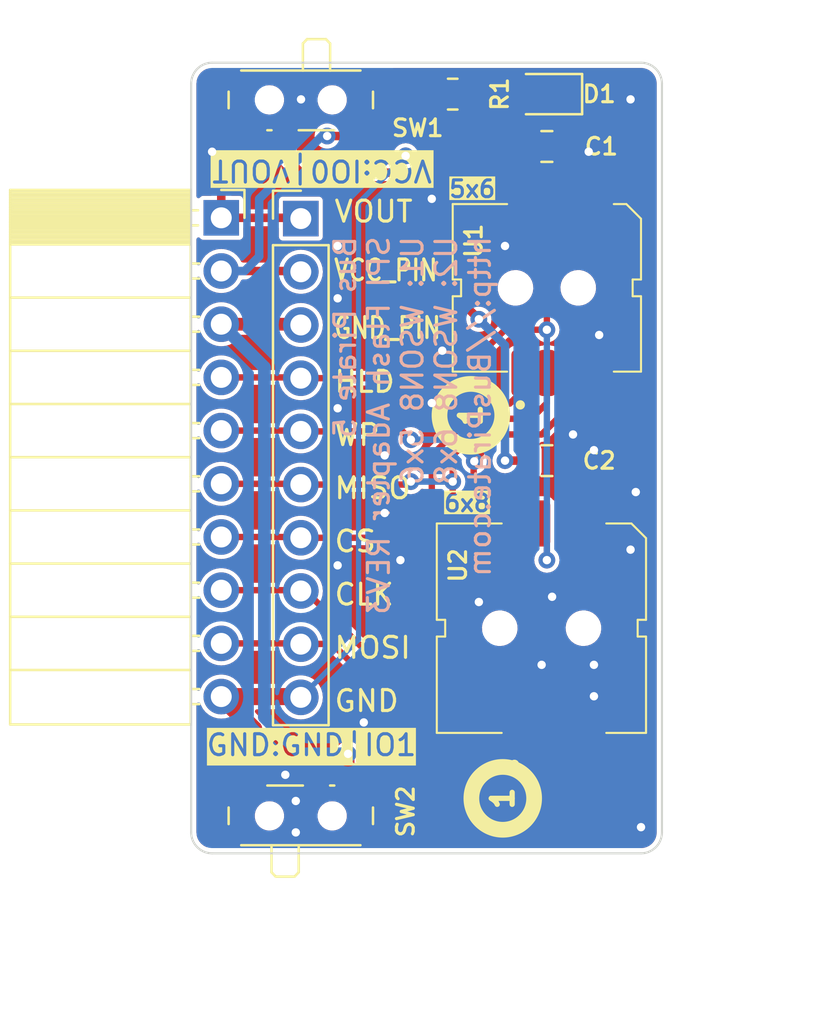
<source format=kicad_pcb>
(kicad_pcb (version 20221018) (generator pcbnew)
  (layers (0 "F.Cu" signal) (31 "B.Cu" signal) (34 "B.Paste" user) (35 "F.Paste" user) (36 "B.SilkS" user "B.Silkscreen") (37 "F.SilkS" user "F.Silkscreen") (38 "B.Mask" user) (39 "F.Mask" user) (44 "Edge.Cuts" user))
  (net 0 "")
  (net 1 "Net-(D1-A)")
  (net 2 "VOUT")
  (net 3 "GND")
  (net 4 "CDI")
  (net 5 "CS")
  (net 6 "SCLK")
  (net 7 "CDO")
  (net 8 "VCC_PIN")
  (net 9 "GND_PIN")
  (net 10 "WP")
  (net 11 "HOLD")
  (net 12 "VCC_CHIP")
  (net 13 "GND_CHIP")
  (footprint "LED_SMD:LED_0805_2012Metric" (layer "F.Cu") (at 154 69.5 180)
    (fp_text reference "D1" (at -2.5 0) (layer "F.SilkS") (effects (font (size 0.8 0.8))))
    (fp_text value "LED")
    (fp_line (start -1.685 -0.96) (end -1.685 0.96) (stroke (width 0.12)) (layer "F.SilkS"))
    (fp_line (start -1.685 0.96) (end 1 0.96) (stroke (width 0.12)) (layer "F.SilkS"))
    (fp_line (start 1 -0.96) (end -1.685 -0.96) (stroke (width 0.12)) (layer "F.SilkS"))
    (pad "1" smd roundrect (at -0.9375 0 180) (size 0.975 1.4) (layers "F.Cu" "F.Paste" "F.Mask") (net 3 "GND"))
    (pad "2" smd roundrect (at 0.9375 0 180) (size 0.975 1.4) (layers "F.Cu" "F.Paste" "F.Mask") (net 1 "Net-(D1-A)"))
  )
  (footprint "Button_Switch_SMD:SW_SPDT_PCM12" (layer "F.Cu") (at 142.24 70.104 180)
    (fp_text reference "SW1" (at -5.588 -1.016 180) (layer "F.SilkS") (effects (font (size 0.8 0.8))))
    (fp_text value "SW_SPDT")
    (fp_line (start -3.45 -0.07) (end -3.45 0.72) (stroke (width 0.12)) (layer "F.SilkS"))
    (fp_line (start -2.85 1.73) (end 2.85 1.73) (stroke (width 0.12)) (layer "F.SilkS"))
    (fp_line (start -1.6 -1.12) (end 0.1 -1.12) (stroke (width 0.12)) (layer "F.SilkS"))
    (fp_line (start -1.4 1.73) (end -1.4 3.02) (stroke (width 0.12)) (layer "F.SilkS"))
    (fp_line (start -1.4 3.02) (end -1.2 3.23) (stroke (width 0.12)) (layer "F.SilkS"))
    (fp_line (start -1.2 3.23) (end -0.3 3.23) (stroke (width 0.12)) (layer "F.SilkS"))
    (fp_line (start -0.1 3.02) (end -0.3 3.23) (stroke (width 0.12)) (layer "F.SilkS"))
    (fp_line (start -0.1 3.02) (end -0.1 1.73) (stroke (width 0.12)) (layer "F.SilkS"))
    (fp_line (start 1.4 -1.12) (end 1.6 -1.12) (stroke (width 0.12)) (layer "F.SilkS"))
    (fp_line (start 3.45 0.72) (end 3.45 -0.07) (stroke (width 0.12)) (layer "F.SilkS"))
    (pad "" smd rect (at -3.65 -0.78 180) (size 1 0.8) (layers "F.Cu" "F.Paste" "F.Mask"))
    (pad "" smd rect (at -3.65 1.43 180) (size 1 0.8) (layers "F.Cu" "F.Paste" "F.Mask"))
    (pad "" np_thru_hole circle (at -1.5 0.33 180) (size 0.9 0.9) (drill 0.9) (layers "*.Cu" "*.Mask"))
    (pad "" np_thru_hole circle (at 1.5 0.33 180) (size 0.9 0.9) (drill 0.9) (layers "*.Cu" "*.Mask"))
    (pad "" smd rect (at 3.65 -0.78 180) (size 1 0.8) (layers "F.Cu" "F.Paste" "F.Mask"))
    (pad "" smd rect (at 3.65 1.43 180) (size 1 0.8) (layers "F.Cu" "F.Paste" "F.Mask"))
    (pad "1" smd rect (at -2.25 -1.43 180) (size 0.7 1.5) (layers "F.Cu" "F.Paste" "F.Mask") (net 8 "VCC_PIN"))
    (pad "2" smd rect (at 0.75 -1.43 180) (size 0.7 1.5) (layers "F.Cu" "F.Paste" "F.Mask") (net 12 "VCC_CHIP"))
    (pad "3" smd rect (at 2.25 -1.43 180) (size 0.7 1.5) (layers "F.Cu" "F.Paste" "F.Mask") (net 2 "VOUT"))
  )
  (footprint "TEST_SOCKETS:WSON-5x6" (layer "F.Cu") (at 154 78.75 90)
    (fp_text reference "U1" (at 2.25 -3.5 90 unlocked) (layer "F.SilkS") (effects (font (size 0.8 0.8))))
    (fp_text value "25LCxxx")
    (fp_line (start -4 -4.5) (end -4 -1.9) (stroke (width 0.1)) (layer "F.SilkS"))
    (fp_line (start -4 4.5) (end -4 3.2) (stroke (width 0.1)) (layer "F.SilkS"))
    (fp_line (start -0.4 -4.5) (end -4 -4.5) (stroke (width 0.1)) (layer "F.SilkS"))
    (fp_line (start -0.4 -4.5) (end -0.4 -4.1) (stroke (width 0.1)) (layer "F.SilkS"))
    (fp_line (start -0.4 -4.1) (end 0.4 -4.1) (stroke (width 0.1)) (layer "F.SilkS"))
    (fp_line (start -0.4 4.1) (end -0.4 4.5) (stroke (width 0.1)) (layer "F.SilkS"))
    (fp_line (start -0.4 4.5) (end -4 4.5) (stroke (width 0.1)) (layer "F.SilkS"))
    (fp_line (start 0.4 -4.5) (end 4 -4.5) (stroke (width 0.1)) (layer "F.SilkS"))
    (fp_line (start 0.4 -4.1) (end 0.4 -4.5) (stroke (width 0.1)) (layer "F.SilkS"))
    (fp_line (start 0.4 4.1) (end -0.4 4.1) (stroke (width 0.1)) (layer "F.SilkS"))
    (fp_line (start 0.4 4.5) (end 0.4 4.1) (stroke (width 0.1)) (layer "F.SilkS"))
    (fp_line (start 0.4 4.5) (end 3.3 4.5) (stroke (width 0.1)) (layer "F.SilkS"))
    (fp_line (start 3.3 4.5) (end 4 3.8) (stroke (width 0.1)) (layer "F.SilkS"))
    (fp_line (start 4 -4.5) (end 4 -1.9) (stroke (width 0.1)) (layer "F.SilkS"))
    (fp_line (start 4 3.8) (end 4 3.2) (stroke (width 0.1)) (layer "F.SilkS"))
    (fp_circle (center -5.588 -1.27) (end -5.466267 -1.391733) (stroke (width 0.1)) (fill solid) (layer "F.SilkS"))
    (pad "" np_thru_hole circle (at 0 -1.5 90) (size 1.2 1.2) (drill 1.2) (layers "F&B.Cu" "*.Mask"))
    (pad "" np_thru_hole circle (at 0 1.5 90) (size 1.2 1.2) (drill 1.2) (layers "F&B.Cu" "*.Mask"))
    (pad "1" smd roundrect (at -4.064 -1.27 90) (size 2.2 0.85) (layers "F.Cu" "F.Paste" "F.Mask") (net 5 "CS"))
    (pad "2" smd roundrect (at -4.064 0 90) (size 2.2 0.85) (layers "F.Cu" "F.Paste" "F.Mask") (net 4 "CDI"))
    (pad "3" smd roundrect (at -4.064 1.27 90) (size 2.2 0.85) (layers "F.Cu" "F.Paste" "F.Mask") (net 10 "WP"))
    (pad "4" smd roundrect (at -4.064 2.54 90) (size 2.2 0.85) (layers "F.Cu" "F.Paste" "F.Mask") (net 13 "GND_CHIP"))
    (pad "5" smd roundrect (at 4.064 2.54 90) (size 2.2 0.85) (layers "F.Cu" "F.Paste" "F.Mask") (net 7 "CDO"))
    (pad "6" smd roundrect (at 4.064 1.27 90) (size 2.2 0.85) (layers "F.Cu" "F.Paste" "F.Mask") (net 6 "SCLK"))
    (pad "7" smd roundrect (at 4.064 0 90) (size 2.2 0.85) (layers "F.Cu" "F.Paste" "F.Mask") (net 11 "HOLD"))
    (pad "8" smd roundrect (at 4.064 -1.27 90) (size 2.2 0.85) (layers "F.Cu" "F.Paste" "F.Mask") (net 12 "VCC_CHIP"))
  )
  (footprint "TEST_SOCKETS:WSON8-6x8" (layer "F.Cu") (at 153.75 95 90)
    (fp_text reference "U2" (at 3 -4 90 unlocked) (layer "F.SilkS") (effects (font (size 0.8 0.8))))
    (fp_text value "25LCxxx")
    (fp_line (start -5 -5.01) (end -5 -1.91) (stroke (width 0.1)) (layer "F.SilkS"))
    (fp_line (start -5 3.09) (end -5 4.99) (stroke (width 0.1)) (layer "F.SilkS"))
    (fp_line (start -5 4.99) (end -0.4 4.99) (stroke (width 0.1)) (layer "F.SilkS"))
    (fp_line (start -0.4 -5.01) (end -5 -5.01) (stroke (width 0.1)) (layer "F.SilkS"))
    (fp_line (start -0.4 -5.01) (end -0.4 -4.61) (stroke (width 0.1)) (layer "F.SilkS"))
    (fp_line (start -0.4 -4.61) (end 0.4 -4.61) (stroke (width 0.1)) (layer "F.SilkS"))
    (fp_line (start -0.4 4.59) (end -0.4 4.99) (stroke (width 0.1)) (layer "F.SilkS"))
    (fp_line (start 0.4 -5.01) (end 5 -5.01) (stroke (width 0.1)) (layer "F.SilkS"))
    (fp_line (start 0.4 -4.61) (end 0.4 -5.01) (stroke (width 0.1)) (layer "F.SilkS"))
    (fp_line (start 0.4 4.59) (end -0.4 4.59) (stroke (width 0.1)) (layer "F.SilkS"))
    (fp_line (start 0.4 4.99) (end 0.4 4.59) (stroke (width 0.1)) (layer "F.SilkS"))
    (fp_line (start 0.4 4.99) (end 4.3 4.99) (stroke (width 0.1)) (layer "F.SilkS"))
    (fp_line (start 4.3 4.99) (end 5 4.29) (stroke (width 0.1)) (layer "F.SilkS"))
    (fp_line (start 5 -5.01) (end 5 -1.91) (stroke (width 0.1)) (layer "F.SilkS"))
    (fp_line (start 5 4.29) (end 5 3.09) (stroke (width 0.1)) (layer "F.SilkS"))
    (fp_circle (center -6.5 -1.3) (end -6.378267 -1.421733) (stroke (width 0.1)) (fill solid) (layer "F.SilkS"))
    (pad "" np_thru_hole circle (at 0 -2 90) (size 1.2 1.2) (drill 1.2) (layers "F&B.Cu" "*.Mask"))
    (pad "" np_thru_hole circle (at 0 2 90) (size 1.2 1.2) (drill 1.2) (layers "F&B.Cu" "*.Mask"))
    (pad "1" smd roundrect (at -5 -1.28 90) (size 2.2 0.85) (layers "F.Cu" "F.Paste" "F.Mask") (net 5 "CS"))
    (pad "2" smd roundrect (at -5 -0.01 90) (size 2.2 0.85) (layers "F.Cu" "F.Paste" "F.Mask") (net 4 "CDI"))
    (pad "3" smd roundrect (at -5 1.26 90) (size 2.2 0.85) (layers "F.Cu" "F.Paste" "F.Mask") (net 10 "WP"))
    (pad "4" smd roundrect (at -5 2.53 90) (size 2.2 0.85) (layers "F.Cu" "F.Paste" "F.Mask") (net 13 "GND_CHIP"))
    (pad "5" smd roundrect (at 5 2.53 90) (size 2.2 0.85) (layers "F.Cu" "F.Paste" "F.Mask") (net 7 "CDO"))
    (pad "6" smd roundrect (at 5 1.26 90) (size 2.2 0.85) (layers "F.Cu" "F.Paste" "F.Mask") (net 6 "SCLK"))
    (pad "7" smd roundrect (at 5 -0.01 90) (size 2.2 0.85) (layers "F.Cu" "F.Paste" "F.Mask") (net 11 "HOLD"))
    (pad "8" smd roundrect (at 5 -1.28 90) (size 2.2 0.85) (layers "F.Cu" "F.Paste" "F.Mask") (net 12 "VCC_CHIP"))
  )
  (footprint "Connector_PinSocket_2.54mm:PinSocket_1x10_P2.54mm_Horizontal" (layer "F.Cu") (at 138.437442 75.405607)
    (fp_text reference "J1" hide)
    (fp_text value "Conn_01x10" hide)
    (fp_line (start -10.09 -1.33) (end -10.09 24.19) (stroke (width 0.12)) (layer "F.SilkS"))
    (fp_line (start -10.09 -1.33) (end -1.46 -1.33) (stroke (width 0.12)) (layer "F.SilkS"))
    (fp_line (start -10.09 -1.21) (end -1.46 -1.21) (stroke (width 0.12)) (layer "F.SilkS"))
    (fp_line (start -10.09 -1.091905) (end -1.46 -1.091905) (stroke (width 0.12)) (layer "F.SilkS"))
    (fp_line (start -10.09 -0.97381) (end -1.46 -0.97381) (stroke (width 0.12)) (layer "F.SilkS"))
    (fp_line (start -10.09 -0.855715) (end -1.46 -0.855715) (stroke (width 0.12)) (layer "F.SilkS"))
    (fp_line (start -10.09 -0.73762) (end -1.46 -0.73762) (stroke (width 0.12)) (layer "F.SilkS"))
    (fp_line (start -10.09 -0.619525) (end -1.46 -0.619525) (stroke (width 0.12)) (layer "F.SilkS"))
    (fp_line (start -10.09 -0.50143) (end -1.46 -0.50143) (stroke (width 0.12)) (layer "F.SilkS"))
    (fp_line (start -10.09 -0.383335) (end -1.46 -0.383335) (stroke (width 0.12)) (layer "F.SilkS"))
    (fp_line (start -10.09 -0.26524) (end -1.46 -0.26524) (stroke (width 0.12)) (layer "F.SilkS"))
    (fp_line (start -10.09 -0.147145) (end -1.46 -0.147145) (stroke (width 0.12)) (layer "F.SilkS"))
    (fp_line (start -10.09 -0.02905) (end -1.46 -0.02905) (stroke (width 0.12)) (layer "F.SilkS"))
    (fp_line (start -10.09 0.089045) (end -1.46 0.089045) (stroke (width 0.12)) (layer "F.SilkS"))
    (fp_line (start -10.09 0.20714) (end -1.46 0.20714) (stroke (width 0.12)) (layer "F.SilkS"))
    (fp_line (start -10.09 0.325235) (end -1.46 0.325235) (stroke (width 0.12)) (layer "F.SilkS"))
    (fp_line (start -10.09 0.44333) (end -1.46 0.44333) (stroke (width 0.12)) (layer "F.SilkS"))
    (fp_line (start -10.09 0.561425) (end -1.46 0.561425) (stroke (width 0.12)) (layer "F.SilkS"))
    (fp_line (start -10.09 0.67952) (end -1.46 0.67952) (stroke (width 0.12)) (layer "F.SilkS"))
    (fp_line (start -10.09 0.797615) (end -1.46 0.797615) (stroke (width 0.12)) (layer "F.SilkS"))
    (fp_line (start -10.09 0.91571) (end -1.46 0.91571) (stroke (width 0.12)) (layer "F.SilkS"))
    (fp_line (start -10.09 1.033805) (end -1.46 1.033805) (stroke (width 0.12)) (layer "F.SilkS"))
    (fp_line (start -10.09 1.1519) (end -1.46 1.1519) (stroke (width 0.12)) (layer "F.SilkS"))
    (fp_line (start -10.09 1.27) (end -1.46 1.27) (stroke (width 0.12)) (layer "F.SilkS"))
    (fp_line (start -10.09 3.81) (end -1.46 3.81) (stroke (width 0.12)) (layer "F.SilkS"))
    (fp_line (start -10.09 6.35) (end -1.46 6.35) (stroke (width 0.12)) (layer "F.SilkS"))
    (fp_line (start -10.09 8.89) (end -1.46 8.89) (stroke (width 0.12)) (layer "F.SilkS"))
    (fp_line (start -10.09 11.43) (end -1.46 11.43) (stroke (width 0.12)) (layer "F.SilkS"))
    (fp_line (start -10.09 13.97) (end -1.46 13.97) (stroke (width 0.12)) (layer "F.SilkS"))
    (fp_line (start -10.09 16.51) (end -1.46 16.51) (stroke (width 0.12)) (layer "F.SilkS"))
    (fp_line (start -10.09 19.05) (end -1.46 19.05) (stroke (width 0.12)) (layer "F.SilkS"))
    (fp_line (start -10.09 21.59) (end -1.46 21.59) (stroke (width 0.12)) (layer "F.SilkS"))
    (fp_line (start -10.09 24.19) (end -1.46 24.19) (stroke (width 0.12)) (layer "F.SilkS"))
    (fp_line (start -1.46 -1.33) (end -1.46 24.19) (stroke (width 0.12)) (layer "F.SilkS"))
    (fp_line (start -1.46 -0.36) (end -1.11 -0.36) (stroke (width 0.12)) (layer "F.SilkS"))
    (fp_line (start -1.46 0.36) (end -1.11 0.36) (stroke (width 0.12)) (layer "F.SilkS"))
    (fp_line (start -1.46 2.18) (end -1.05 2.18) (stroke (width 0.12)) (layer "F.SilkS"))
    (fp_line (start -1.46 2.9) (end -1.05 2.9) (stroke (width 0.12)) (layer "F.SilkS"))
    (fp_line (start -1.46 4.72) (end -1.05 4.72) (stroke (width 0.12)) (layer "F.SilkS"))
    (fp_line (start -1.46 5.44) (end -1.05 5.44) (stroke (width 0.12)) (layer "F.SilkS"))
    (fp_line (start -1.46 7.26) (end -1.05 7.26) (stroke (width 0.12)) (layer "F.SilkS"))
    (fp_line (start -1.46 7.98) (end -1.05 7.98) (stroke (width 0.12)) (layer "F.SilkS"))
    (fp_line (start -1.46 9.8) (end -1.05 9.8) (stroke (width 0.12)) (layer "F.SilkS"))
    (fp_line (start -1.46 10.52) (end -1.05 10.52) (stroke (width 0.12)) (layer "F.SilkS"))
    (fp_line (start -1.46 12.34) (end -1.05 12.34) (stroke (width 0.12)) (layer "F.SilkS"))
    (fp_line (start -1.46 13.06) (end -1.05 13.06) (stroke (width 0.12)) (layer "F.SilkS"))
    (fp_line (start -1.46 14.88) (end -1.05 14.88) (stroke (width 0.12)) (layer "F.SilkS"))
    (fp_line (start -1.46 15.6) (end -1.05 15.6) (stroke (width 0.12)) (layer "F.SilkS"))
    (fp_line (start -1.46 17.42) (end -1.05 17.42) (stroke (width 0.12)) (layer "F.SilkS"))
    (fp_line (start -1.46 18.14) (end -1.05 18.14) (stroke (width 0.12)) (layer "F.SilkS"))
    (fp_line (start -1.46 19.96) (end -1.05 19.96) (stroke (width 0.12)) (layer "F.SilkS"))
    (fp_line (start -1.46 20.68) (end -1.05 20.68) (stroke (width 0.12)) (layer "F.SilkS"))
    (fp_line (start -1.46 22.5) (end -1.05 22.5) (stroke (width 0.12)) (layer "F.SilkS"))
    (fp_line (start -1.46 23.22) (end -1.05 23.22) (stroke (width 0.12)) (layer "F.SilkS"))
    (fp_line (start 0 -1.33) (end 1.11 -1.33) (stroke (width 0.12)) (layer "F.SilkS"))
    (fp_line (start 1.11 -1.33) (end 1.11 0) (stroke (width 0.12)) (layer "F.SilkS"))
    (pad "1" thru_hole rect (at 0 0) (size 1.7 1.7) (drill 1) (layers "*.Cu" "*.Mask") (net 2 "VOUT"))
    (pad "2" thru_hole oval (at 0 2.54) (size 1.7 1.7) (drill 1) (layers "*.Cu" "*.Mask") (net 8 "VCC_PIN"))
    (pad "3" thru_hole oval (at 0 5.08) (size 1.7 1.7) (drill 1) (layers "*.Cu" "*.Mask") (net 9 "GND_PIN"))
    (pad "4" thru_hole oval (at 0 7.62) (size 1.7 1.7) (drill 1) (layers "*.Cu" "*.Mask") (net 11 "HOLD"))
    (pad "5" thru_hole oval (at 0 10.16) (size 1.7 1.7) (drill 1) (layers "*.Cu" "*.Mask") (net 10 "WP"))
    (pad "6" thru_hole oval (at 0 12.7) (size 1.7 1.7) (drill 1) (layers "*.Cu" "*.Mask") (net 4 "CDI"))
    (pad "7" thru_hole oval (at 0 15.24) (size 1.7 1.7) (drill 1) (layers "*.Cu" "*.Mask") (net 5 "CS"))
    (pad "8" thru_hole oval (at 0 17.78) (size 1.7 1.7) (drill 1) (layers "*.Cu" "*.Mask") (net 6 "SCLK"))
    (pad "9" thru_hole oval (at 0 20.32) (size 1.7 1.7) (drill 1) (layers "*.Cu" "*.Mask") (net 7 "CDO"))
    (pad "10" thru_hole oval (at 0 22.86) (size 1.7 1.7) (drill 1) (layers "*.Cu" "*.Mask") (net 3 "GND"))
  )
  (footprint "Connector_PinHeader_2.54mm:PinHeader_1x10_P2.54mm_Vertical" (layer "F.Cu") (at 142.24 75.443)
    (fp_text reference "J2" hide)
    (fp_text value "Conn_01x10" hide)
    (fp_line (start -1.33 -1.33) (end 0 -1.33) (stroke (width 0.12)) (layer "F.SilkS"))
    (fp_line (start -1.33 0) (end -1.33 -1.33) (stroke (width 0.12)) (layer "F.SilkS"))
    (fp_line (start -1.33 1.27) (end -1.33 24.19) (stroke (width 0.12)) (layer "F.SilkS"))
    (fp_line (start -1.33 1.27) (end 1.33 1.27) (stroke (width 0.12)) (layer "F.SilkS"))
    (fp_line (start -1.33 24.19) (end 1.33 24.19) (stroke (width 0.12)) (layer "F.SilkS"))
    (fp_line (start 1.33 1.27) (end 1.33 24.19) (stroke (width 0.12)) (layer "F.SilkS"))
    (pad "1" thru_hole rect (at 0 0) (size 1.7 1.7) (drill 1) (layers "*.Cu" "*.Mask") (net 2 "VOUT"))
    (pad "2" thru_hole oval (at 0 2.54) (size 1.7 1.7) (drill 1) (layers "*.Cu" "*.Mask") (net 8 "VCC_PIN"))
    (pad "3" thru_hole oval (at 0 5.08) (size 1.7 1.7) (drill 1) (layers "*.Cu" "*.Mask") (net 9 "GND_PIN"))
    (pad "4" thru_hole oval (at 0 7.62) (size 1.7 1.7) (drill 1) (layers "*.Cu" "*.Mask") (net 11 "HOLD"))
    (pad "5" thru_hole oval (at 0 10.16) (size 1.7 1.7) (drill 1) (layers "*.Cu" "*.Mask") (net 10 "WP"))
    (pad "6" thru_hole oval (at 0 12.7) (size 1.7 1.7) (drill 1) (layers "*.Cu" "*.Mask") (net 4 "CDI"))
    (pad "7" thru_hole oval (at 0 15.24) (size 1.7 1.7) (drill 1) (layers "*.Cu" "*.Mask") (net 5 "CS"))
    (pad "8" thru_hole oval (at 0 17.78) (size 1.7 1.7) (drill 1) (layers "*.Cu" "*.Mask") (net 6 "SCLK"))
    (pad "9" thru_hole oval (at 0 20.32) (size 1.7 1.7) (drill 1) (layers "*.Cu" "*.Mask") (net 7 "CDO"))
    (pad "10" thru_hole oval (at 0 22.86) (size 1.7 1.7) (drill 1) (layers "*.Cu" "*.Mask") (net 3 "GND"))
  )
  (footprint "Button_Switch_SMD:SW_SPDT_PCM12" (layer "F.Cu") (at 142.24 103.632)
    (fp_text reference "SW2" (at 5.01 0.118 -90) (layer "F.SilkS") (effects (font (size 0.8 0.8))))
    (fp_text value "SW_SPDT")
    (fp_line (start -3.45 -0.07) (end -3.45 0.72) (stroke (width 0.12)) (layer "F.SilkS"))
    (fp_line (start -2.85 1.73) (end 2.85 1.73) (stroke (width 0.12)) (layer "F.SilkS"))
    (fp_line (start -1.6 -1.12) (end 0.1 -1.12) (stroke (width 0.12)) (layer "F.SilkS"))
    (fp_line (start -1.4 1.73) (end -1.4 3.02) (stroke (width 0.12)) (layer "F.SilkS"))
    (fp_line (start -1.4 3.02) (end -1.2 3.23) (stroke (width 0.12)) (layer "F.SilkS"))
    (fp_line (start -1.2 3.23) (end -0.3 3.23) (stroke (width 0.12)) (layer "F.SilkS"))
    (fp_line (start -0.1 3.02) (end -0.3 3.23) (stroke (width 0.12)) (layer "F.SilkS"))
    (fp_line (start -0.1 3.02) (end -0.1 1.73) (stroke (width 0.12)) (layer "F.SilkS"))
    (fp_line (start 1.4 -1.12) (end 1.6 -1.12) (stroke (width 0.12)) (layer "F.SilkS"))
    (fp_line (start 3.45 0.72) (end 3.45 -0.07) (stroke (width 0.12)) (layer "F.SilkS"))
    (pad "" smd rect (at -3.65 -0.78) (size 1 0.8) (layers "F.Cu" "F.Paste" "F.Mask"))
    (pad "" smd rect (at -3.65 1.43) (size 1 0.8) (layers "F.Cu" "F.Paste" "F.Mask"))
    (pad "" np_thru_hole circle (at -1.5 0.33) (size 0.9 0.9) (drill 0.9) (layers "*.Cu" "*.Mask"))
    (pad "" np_thru_hole circle (at 1.5 0.33) (size 0.9 0.9) (drill 0.9) (layers "*.Cu" "*.Mask"))
    (pad "" smd rect (at 3.65 -0.78) (size 1 0.8) (layers "F.Cu" "F.Paste" "F.Mask"))
    (pad "" smd rect (at 3.65 1.43) (size 1 0.8) (layers "F.Cu" "F.Paste" "F.Mask"))
    (pad "1" smd rect (at -2.25 -1.43) (size 0.7 1.5) (layers "F.Cu" "F.Paste" "F.Mask") (net 3 "GND"))
    (pad "2" smd rect (at 0.75 -1.43) (size 0.7 1.5) (layers "F.Cu" "F.Paste" "F.Mask") (net 13 "GND_CHIP"))
    (pad "3" smd rect (at 2.25 -1.43) (size 0.7 1.5) (layers "F.Cu" "F.Paste" "F.Mask") (net 9 "GND_PIN"))
  )
  (footprint "Capacitor_SMD:C_0805_2012Metric" (layer "F.Cu") (at 154 87)
    (fp_text reference "C2" (at 2.5 0) (layer "F.SilkS") (effects (font (size 0.8 0.8))))
    (fp_text value "0.1uF")
    (fp_line (start -0.261252 -0.735) (end 0.261252 -0.735) (stroke (width 0.12)) (layer "F.SilkS"))
    (fp_line (start -0.261252 0.735) (end 0.261252 0.735) (stroke (width 0.12)) (layer "F.SilkS"))
    (pad "1" smd roundrect (at -0.95 0) (size 1 1.45) (layers "F.Cu" "F.Paste" "F.Mask") (net 12 "VCC_CHIP"))
    (pad "2" smd roundrect (at 0.95 0) (size 1 1.45) (layers "F.Cu" "F.Paste" "F.Mask") (net 13 "GND_CHIP"))
  )
  (footprint "Resistor_SMD:R_0805_2012Metric" (layer "F.Cu") (at 149.5 69.5)
    (fp_text reference "R1" (at 2.25 0 90) (layer "F.SilkS") (effects (font (size 0.8 0.8))))
    (fp_text value "2K")
    (fp_line (start -0.227064 -0.735) (end 0.227064 -0.735) (stroke (width 0.12)) (layer "F.SilkS"))
    (fp_line (start -0.227064 0.735) (end 0.227064 0.735) (stroke (width 0.12)) (layer "F.SilkS"))
    (pad "1" smd roundrect (at -0.9125 0) (size 1.025 1.4) (layers "F.Cu" "F.Paste" "F.Mask") (roundrect_rratio 0.243902439) (net 2 "VOUT"))
    (pad "2" smd roundrect (at 0.9125 0) (size 1.025 1.4) (layers "F.Cu" "F.Paste" "F.Mask") (roundrect_rratio 0.243902439) (net 1 "Net-(D1-A)"))
  )
  (footprint "Capacitor_SMD:C_0805_2012Metric" (layer "F.Cu") (at 154 72)
    (fp_text reference "C1" (at 2.606 0) (layer "F.SilkS") (effects (font (size 0.8 0.8))))
    (fp_text value "0.1uF")
    (fp_line (start -0.261252 -0.735) (end 0.261252 -0.735) (stroke (width 0.12)) (layer "F.SilkS"))
    (fp_line (start -0.261252 0.735) (end 0.261252 0.735) (stroke (width 0.12)) (layer "F.SilkS"))
    (pad "1" smd roundrect (at -0.95 0) (size 1 1.45) (layers "F.Cu" "F.Paste" "F.Mask") (net 12 "VCC_CHIP"))
    (pad "2" smd roundrect (at 0.95 0) (size 1 1.45) (layers "F.Cu" "F.Paste" "F.Mask") (net 13 "GND_CHIP"))
  )
  (gr_circle (center 151.892 103.124) (end 151.892 101.624) (stroke (width 0.75)) (fill none) (layer "F.SilkS"))
  (gr_circle (center 150.368 84.836) (end 150.368 83.336) (stroke (width 0.75)) (fill none) (layer "F.SilkS"))
  (gr_line (start 138 68) (end 158.5 68) (stroke (width 0.1)) (layer "Edge.Cuts"))
  (gr_line (start 138 105.75) (end 158.5 105.75) (stroke (width 0.1)) (layer "Edge.Cuts"))
  (gr_line (start 137 69) (end 137 104.75) (stroke (width 0.1)) (layer "Edge.Cuts"))
  (gr_arc (start 159.5 104.75) (mid 159.207106 105.457104) (end 158.5 105.75) (stroke (width 0.1)) (layer "Edge.Cuts"))
  (gr_arc (start 158.5 68) (mid 159.207111 68.292891) (end 159.5 69) (stroke (width 0.1)) (layer "Edge.Cuts"))
  (gr_line (start 159.5 69) (end 159.5 104.75) (stroke (width 0.1)) (layer "Edge.Cuts"))
  (gr_arc (start 138 105.75) (mid 137.292893 105.457107) (end 137 104.75) (stroke (width 0.1)) (layer "Edge.Cuts"))
  (gr_arc (start 137 69) (mid 137.292893 68.292893) (end 138 68) (stroke (width 0.1)) (layer "Edge.Cuts"))
  (gr_text "Bus Pirate 5\nSPI Flash Adapter REV3\nU1: WSON8 5x6\nU2: WSON8 6x8\nhttp://BusPirate.com" (at 151.384 76.2 90) (layer "B.SilkS") (effects (font (size 1 1)) (justify left bottom mirror)))
  (gr_text "GND:GND|IO1" (at 142.748 100.584) (layer "F.SilkS" knockout) (effects (font (size 1 1))))
  (gr_text "1" (at 150.368 84.836 90) (layer "F.SilkS") (effects (font (size 1 1) (thickness 0.25) bold)))
  (gr_text "1" (at 151.892 103.124 90) (layer "F.SilkS") (effects (font (size 1 1) (thickness 0.25) bold)))
  (gr_text "HLD" (at 143.764 83.82) (layer "F.SilkS") (effects (font (size 1 1)) (justify left bottom)))
  (gr_text "5x6" (at 149.25 74.5) (layer "F.SilkS" knockout) (effects (font (size 0.8 0.8)) (justify left bottom)))
  (gr_text "VCC:IO0|VOUT" (at 143.256 73.152 180) (layer "F.SilkS" knockout) (effects (font (size 1 1))))
  (gr_text "WP" (at 143.764 86.36) (layer "F.SilkS") (effects (font (size 1 1)) (justify left bottom)))
  (gr_text "VCC_PIN" (at 143.75 78.5) (layer "F.SilkS") (effects (font (size 1 0.8)) (justify left bottom)))
  (gr_text "MISO" (at 143.764 88.9) (layer "F.SilkS") (effects (font (size 1 1)) (justify left bottom)))
  (gr_text "MOSI" (at 143.764 96.52) (layer "F.SilkS") (effects (font (size 1 1)) (justify left bottom)))
  (gr_text "CLK" (at 143.764 93.98) (layer "F.SilkS") (effects (font (size 1 1)) (justify left bottom)))
  (gr_text "VOUT" (at 143.764 75.692) (layer "F.SilkS") (effects (font (size 1 1)) (justify left bottom)))
  (gr_text "6x8" (at 149 89.5) (layer "F.SilkS" knockout) (effects (font (size 0.8 0.8)) (justify left bottom)))
  (gr_text "GND_PIN" (at 143.75 81.25) (layer "F.SilkS") (effects (font (size 1 0.8)) (justify left bottom)))
  (gr_text "GND" (at 143.764 99.06) (layer "F.SilkS") (effects (font (size 1 1)) (justify left bottom)))
  (gr_text "CS" (at 143.764 91.44) (layer "F.SilkS") (effects (font (size 1 1)) (justify left bottom)))
  (segment (start 150.4125 69.5) (end 153.0625 69.5) (width 0.25) (layer "F.Cu") (net 1))
  (segment (start 139.99 71.534) (end 139.99 72.01) (width 0.4064) (layer "F.Cu") (net 2))
  (segment (start 140.5 68.5) (end 144.25 68.5) (width 0.25) (layer "F.Cu") (net 2))
  (segment (start 144.25 68.5) (end 145.25 69.5) (width 0.25) (layer "F.Cu") (net 2))
  (segment (start 138.437442 75.405607) (end 142.202607 75.405607) (width 0.4064) (layer "F.Cu") (net 2))
  (segment (start 138.437442 73.562558) (end 138.437442 75.405607) (width 0.4064) (layer "F.Cu") (net 2))
  (segment (start 139.99 71.534) (end 139.99 70.74) (width 0.25) (layer "F.Cu") (net 2))
  (segment (start 139.99 70.74) (end 139.75 70.5) (width 0.25) (layer "F.Cu") (net 2))
  (segment (start 139.75 69.25) (end 140.5 68.5) (width 0.25) (layer "F.Cu") (net 2))
  (segment (start 142.202607 75.405607) (end 142.24 75.443) (width 0.4064) (layer "F.Cu") (net 2))
  (segment (start 145.25 69.5) (end 148.5875 69.5) (width 0.25) (layer "F.Cu") (net 2))
  (segment (start 139.99 72.01) (end 138.437442 73.562558) (width 0.4064) (layer "F.Cu") (net 2))
  (segment (start 139.75 70.5) (end 139.75 69.25) (width 0.25) (layer "F.Cu") (net 2))
  (segment (start 147.25 72.4468) (end 149.0532 72.4468) (width 0.25) (layer "F.Cu") (net 3))
  (segment (start 150.75 70.75) (end 153.6875 70.75) (width 0.25) (layer "F.Cu") (net 3))
  (segment (start 149.0532 72.4468) (end 150.75 70.75) (width 0.25) (layer "F.Cu") (net 3))
  (segment (start 138.437442 98.265607) (end 142.202607 98.265607) (width 0.8128) (layer "F.Cu") (net 3))
  (segment (start 153.6875 70.75) (end 154.9375 69.5) (width 0.25) (layer "F.Cu") (net 3))
  (segment (start 139.99 99.818165) (end 138.437442 98.265607) (width 0.8128) (layer "F.Cu") (net 3))
  (segment (start 139.99 102.202) (end 139.99 99.818165) (width 0.8128) (layer "F.Cu") (net 3))
  (segment (start 142.202607 98.265607) (end 142.24 98.303) (width 0.8128) (layer "F.Cu") (net 3))
  (via (at 147.25 72.4468) (size 0.8) (drill 0.4) (layers "F.Cu" "B.Cu") (net 3))
  (segment (start 142.24 98.303) (end 145 95.543) (width 0.25) (layer "B.Cu") (net 3))
  (segment (start 145 74.6968) (end 147.25 72.4468) (width 0.25) (layer "B.Cu") (net 3))
  (segment (start 145 95.543) (end 145 74.6968) (width 0.25) (layer "B.Cu") (net 3))
  (segment (start 138.437442 88.105607) (end 142.202607 88.105607) (width 0.3048) (layer "F.Cu") (net 4))
  (segment (start 151.25 85) (end 153.25 85) (width 0.3048) (layer "F.Cu") (net 4))
  (segment (start 154 84.25) (end 154 82.814) (width 0.3048) (layer "F.Cu") (net 4))
  (segment (start 147.5 88) (end 147.357 88.143) (width 0.3048) (layer "F.Cu") (net 4))
  (segment (start 149.5 88) (end 149.5 86.75) (width 0.3048) (layer "F.Cu") (net 4))
  (segment (start 147.357 88.143) (end 142.24 88.143) (width 0.3048) (layer "F.Cu") (net 4))
  (segment (start 149.5 88) (end 149.5 94.5) (width 0.3048) (layer "F.Cu") (net 4))
  (segment (start 153.25 85) (end 154 84.25) (width 0.3048) (layer "F.Cu") (net 4))
  (segment (start 149.5 94.5) (end 153.74 98.74) (width 0.3048) (layer "F.Cu") (net 4))
  (segment (start 142.202607 88.105607) (end 142.24 88.143) (width 0.3048) (layer "F.Cu") (net 4))
  (segment (start 149.5 86.75) (end 151.25 85) (width 0.3048) (layer "F.Cu") (net 4))
  (segment (start 153.74 98.74) (end 153.74 100) (width 0.3048) (layer "F.Cu") (net 4))
  (via (at 149.5 88) (size 0.8) (drill 0.4) (layers "F.Cu" "B.Cu") (net 4))
  (via (at 147.5 88) (size 0.8) (drill 0.4) (layers "F.Cu" "B.Cu") (net 4))
  (segment (start 147.5 88) (end 149.5 88) (width 0.3048) (layer "B.Cu") (net 4))
  (segment (start 152.47 98.72) (end 148.5 94.75) (width 0.3048) (layer "F.Cu") (net 5))
  (segment (start 152.75 82.834) (end 152.73 82.814) (width 0.3048) (layer "F.Cu") (net 5))
  (segment (start 152.75 83.75) (end 152.75 82.834) (width 0.3048) (layer "F.Cu") (net 5))
  (segment (start 150.978 84.272) (end 152.228 84.272) (width 0.3048) (layer "F.Cu") (net 5))
  (segment (start 148.433 90.683) (end 142.24 90.683) (width 0.3048) (layer "F.Cu") (net 5))
  (segment (start 152.47 100) (end 152.47 98.72) (width 0.3048) (layer "F.Cu") (net 5))
  (segment (start 138.437442 90.645607) (end 142.202607 90.645607) (width 0.3048) (layer "F.Cu") (net 5))
  (segment (start 148.5 86.75) (end 150.978 84.272) (width 0.3048) (layer "F.Cu") (net 5))
  (segment (start 152.228 84.272) (end 152.75 83.75) (width 0.3048) (layer "F.Cu") (net 5))
  (segment (start 148.5 94.75) (end 148.5 90.75) (width 0.3048) (layer "F.Cu") (net 5))
  (segment (start 142.202607 90.645607) (end 142.24 90.683) (width 0.3048) (layer "F.Cu") (net 5))
  (segment (start 148.5 90.75) (end 148.5 86.75) (width 0.3048) (layer "F.Cu") (net 5))
  (segment (start 148.5 90.75) (end 148.433 90.683) (width 0.3048) (layer "F.Cu") (net 5))
  (segment (start 142.202607 93.185607) (end 142.24 93.223) (width 0.3048) (layer "F.Cu") (net 6))
  (segment (start 157.5 93.75) (end 155.01 91.26) (width 0.3048) (layer "F.Cu") (net 6))
  (segment (start 155.01 91.26) (end 155.01 90) (width 0.3048) (layer "F.Cu") (net 6))
  (segment (start 138.437442 93.185607) (end 142.202607 93.185607) (width 0.3048) (layer "F.Cu") (net 6))
  (segment (start 142.24 93.223) (end 142.473 93.223) (width 0.3048) (layer "F.Cu") (net 6))
  (segment (start 155.01 90) (end 155.01 88.99) (width 0.3048) (layer "F.Cu") (net 6))
  (segment (start 157.5 101.25) (end 157.5 93.75) (width 0.3048) (layer "F.Cu") (net 6))
  (segment (start 142.473 93.223) (end 151.5 102.25) (width 0.3048) (layer "F.Cu") (net 6))
  (segment (start 157.75 86.25) (end 157.75 78.75) (width 0.3048) (layer "F.Cu") (net 6))
  (segment (start 155.01 88.99) (end 157.75 86.25) (width 0.3048) (layer "F.Cu") (net 6))
  (segment (start 151.5 102.25) (end 156.5 102.25) (width 0.3048) (layer "F.Cu") (net 6))
  (segment (start 156.5 102.25) (end 157.5 101.25) (width 0.3048) (layer "F.Cu") (net 6))
  (segment (start 155.27 76.27) (end 155.27 74.686) (width 0.3048) (layer "F.Cu") (net 6))
  (segment (start 157.75 78.75) (end 155.27 76.27) (width 0.3048) (layer "F.Cu") (net 6))
  (segment (start 156.28 88.72) (end 156.28 90) (width 0.3048) (layer "F.Cu") (net 7))
  (segment (start 156.54 76.29) (end 158.5 78.25) (width 0.3048) (layer "F.Cu") (net 7))
  (segment (start 156.28 91.53) (end 156.28 90) (width 0.3048) (layer "F.Cu") (net 7))
  (segment (start 156.54 74.686) (end 156.54 76.29) (width 0.3048) (layer "F.Cu") (net 7))
  (segment (start 138.437442 95.725607) (end 142.202607 95.725607) (width 0.3048) (layer "F.Cu") (net 7))
  (segment (start 142.253 95.75) (end 143.75 95.75) (width 0.3048) (layer "F.Cu") (net 7))
  (segment (start 158.5 78.25) (end 158.5 86.5) (width 0.3048) (layer "F.Cu") (net 7))
  (segment (start 158.25 101.5) (end 158.25 93.5) (width 0.3048) (layer "F.Cu") (net 7))
  (segment (start 142.202607 95.725607) (end 142.24 95.763) (width 0.3048) (layer "F.Cu") (net 7))
  (segment (start 158.25 93.5) (end 156.28 91.53) (width 0.3048) (layer "F.Cu") (net 7))
  (segment (start 142.24 95.763) (end 142.253 95.75) (width 0.3048) (layer "F.Cu") (net 7))
  (segment (start 156.75 103) (end 158.25 101.5) (width 0.3048) (layer "F.Cu") (net 7))
  (segment (start 143.75 95.75) (end 151 103) (width 0.3048) (layer "F.Cu") (net 7))
  (segment (start 158.5 86.5) (end 156.28 88.72) (width 0.3048) (layer "F.Cu") (net 7))
  (segment (start 151 103) (end 156.75 103) (width 0.3048) (layer "F.Cu") (net 7))
  (segment (start 144.456 71.5) (end 144.49 71.534) (width 0.4064) (layer "F.Cu") (net 8))
  (segment (start 138.437442 77.945607) (end 142.202607 77.945607) (width 0.4064) (layer "F.Cu") (net 8))
  (segment (start 143.5 71.5) (end 144.456 71.5) (width 0.4064) (layer "F.Cu") (net 8))
  (via (at 143.5 71.5) (size 0.8) (drill 0.4) (layers "F.Cu" "B.Cu") (net 8))
  (segment (start 140.25 74.5) (end 140.25 77.25) (width 0.4064) (layer "B.Cu") (net 8))
  (segment (start 143.5 71.5) (end 143.25 71.5) (width 0.4064) (layer "B.Cu") (net 8))
  (segment (start 143.25 71.5) (end 140.25 74.5) (width 0.4064) (layer "B.Cu") (net 8))
  (segment (start 140.25 77.25) (end 139.554393 77.945607) (width 0.4064) (layer "B.Cu") (net 8))
  (segment (start 139.554393 77.945607) (end 138.437442 77.945607) (width 0.4064) (layer "B.Cu") (net 8))
  (segment (start 144.5 101) (end 144.5 102.192) (width 0.6096) (layer "F.Cu") (net 9))
  (segment (start 138.437442 80.485607) (end 142.202607 80.485607) (width 0.6096) (layer "F.Cu") (net 9))
  (segment (start 144.5 102.192) (end 144.49 102.202) (width 0.6096) (layer "F.Cu") (net 9))
  (via (at 144.5 101) (size 0.8) (drill 0.4) (layers "F.Cu" "B.Cu") (net 9))
  (segment (start 140.5 82.548165) (end 138.437442 80.485607) (width 0.6096) (layer "B.Cu") (net 9))
  (segment (start 142.25 101) (end 140.5 99.25) (width 0.6096) (layer "B.Cu") (net 9))
  (segment (start 144.5 101) (end 142.25 101) (width 0.6096) (layer "B.Cu") (net 9))
  (segment (start 140.5 99.25) (end 140.5 82.548165) (width 0.6096) (layer "B.Cu") (net 9))
  (segment (start 142.202607 85.565607) (end 142.24 85.603) (width 0.3048) (layer "F.Cu") (net 10))
  (segment (start 155.01 96.26) (end 155.01 100) (width 0.3048) (layer "F.Cu") (net 10))
  (segment (start 151.75 85.75) (end 153.75 85.75) (width 0.3048) (layer "F.Cu") (net 10))
  (segment (start 150.532028 87.032028) (end 150.532028 86.967972) (width 0.3048) (layer "F.Cu") (net 10))
  (segment (start 147.103 85.603) (end 142.24 85.603) (width 0.3048) (layer "F.Cu") (net 10))
  (segment (start 147.5 86) (end 147.103 85.603) (width 0.3048) (layer "F.Cu") (net 10))
  (segment (start 150.5 91.75) (end 155.01 96.26) (width 0.3048) (layer "F.Cu") (net 10))
  (segment (start 153.75 85.75) (end 155.27 84.23) (width 0.3048) (layer "F.Cu") (net 10))
  (segment (start 150.5 87.064056) (end 150.5 91.75) (width 0.3048) (layer "F.Cu") (net 10))
  (segment (start 138.437442 85.565607) (end 142.202607 85.565607) (width 0.3048) (layer "F.Cu") (net 10))
  (segment (start 155.27 84.23) (end 155.27 82.814) (width 0.3048) (layer "F.Cu") (net 10))
  (segment (start 150.532028 86.967972) (end 151.75 85.75) (width 0.3048) (layer "F.Cu") (net 10))
  (segment (start 150.532028 87.032028) (end 150.5 87.064056) (width 0.3048) (layer "F.Cu") (net 10))
  (via (at 150.532028 87.032028) (size 0.8) (drill 0.4) (layers "F.Cu" "B.Cu") (net 10))
  (via (at 147.5 86) (size 0.8) (drill 0.4) (layers "F.Cu" "B.Cu") (net 10))
  (segment (start 150.532028 87.032028) (end 149.5 86) (width 0.3048) (layer "B.Cu") (net 10))
  (segment (start 149.5 86) (end 147.5 86) (width 0.3048) (layer "B.Cu") (net 10))
  (segment (start 142.24 83.063) (end 149.687 83.063) (width 0.3048) (layer "F.Cu") (net 11))
  (segment (start 154 91.75) (end 154 90.26) (width 0.3048) (layer "F.Cu") (net 11))
  (segment (start 138.437442 83.025607) (end 142.202607 83.025607) (width 0.3048) (layer "F.Cu") (net 11))
  (segment (start 152 80.75) (end 154 80.75) (width 0.3048) (layer "F.Cu") (net 11))
  (segment (start 149.687 83.063) (end 152 80.75) (width 0.3048) (layer "F.Cu") (net 11))
  (segment (start 154 90.26) (end 153.74 90) (width 0.3048) (layer "F.Cu") (net 11))
  (segment (start 154 74.686) (end 154 80.75) (width 0.3048) (layer "F.Cu") (net 11))
  (segment (start 142.202607 83.025607) (end 142.24 83.063) (width 0.3048) (layer "F.Cu") (net 11))
  (via (at 154 80.75) (size 0.8) (drill 0.4) (layers "F.Cu" "B.Cu") (net 11))
  (via (at 154 91.75) (size 0.8) (drill 0.4) (layers "F.Cu" "B.Cu") (net 11))
  (segment (start 154 80.75) (end 154 91.75) (width 0.3048) (layer "B.Cu") (net 11))
  (segment (start 150.75 80.25) (end 149.75 79.25) (width 0.4064) (layer "F.Cu") (net 12))
  (segment (start 152.47 90) (end 152.47 88.28) (width 0.6096) (layer "F.Cu") (net 12))
  (segment (start 152.73 72.32) (end 153.05 72) (width 0.6096) (layer "F.Cu") (net 12))
  (segment (start 152.47 88.28) (end 153.05 87.7) (width 0.6096) (layer "F.Cu") (net 12))
  (segment (start 141.49 72.49) (end 141.49 71.534) (width 0.4064) (layer "F.Cu") (net 12))
  (segment (start 149.75 73.25) (end 151 72) (width 0.4064) (layer "F.Cu") (net 12))
  (segment (start 142.25 73.25) (end 141.49 72.49) (width 0.4064) (layer "F.Cu") (net 12))
  (segment (start 149.75 73.25) (end 142.25 73.25) (width 0.4064) (layer "F.Cu") (net 12))
  (segment (start 151 72) (end 153.05 72) (width 0.4064) (layer "F.Cu") (net 12))
  (segment (start 153.05 87.7) (end 153.05 87) (width 0.6096) (layer "F.Cu") (net 12))
  (segment (start 152.73 74.686) (end 152.73 72.32) (width 0.6096) (layer "F.Cu") (net 12))
  (segment (start 152 87) (end 153.05 87) (width 0.4064) (layer "F.Cu") (net 12))
  (segment (start 149.75 79.25) (end 149.75 73.25) (width 0.4064) (layer "F.Cu") (net 12))
  (via (at 150.75 80.25) (size 0.8) (drill 0.4) (layers "F.Cu" "B.Cu") (net 12))
  (via (at 152 87) (size 0.8) (drill 0.4) (layers "F.Cu" "B.Cu") (net 12))
  (segment (start 150.75 80.25) (end 152 81.5) (width 0.4064) (layer "B.Cu") (net 12))
  (segment (start 152 81.5) (end 152 87) (width 0.4064) (layer "B.Cu") (net 12))
  (segment (start 154.95 87) (end 154.95 86.05) (width 0.6096) (layer "F.Cu") (net 13))
  (segment (start 156.28 100) (end 156.28 98.28) (width 0.6096) (layer "F.Cu") (net 13))
  (segment (start 156.54 82.814) (end 156.54 81.04) (width 0.6096) (layer "F.Cu") (net 13))
  (segment (start 155.75 87) (end 156.25 86.5) (width 0.6096) (layer "F.Cu") (net 13))
  (segment (start 154.95 87) (end 155.75 87) (width 0.6096) (layer "F.Cu") (net 13))
  (segment (start 156.28 98.28) (end 156.25 98.25) (width 0.6096) (layer "F.Cu") (net 13))
  (segment (start 155.75 72) (end 156 72.25) (width 0.6096) (layer "F.Cu") (net 13))
  (segment (start 154.95 86.05) (end 155.25 85.75) (width 0.6096) (layer "F.Cu") (net 13))
  (segment (start 156.54 81.04) (end 156.5 81) (width 0.6096) (layer "F.Cu") (net 13))
  (segment (start 154.95 72) (end 155.75 72) (width 0.6096) (layer "F.Cu") (net 13))
  (via (at 156.5 81) (size 0.8) (drill 0.4) (layers "F.Cu" "B.Cu") (net 13))
  (via (at 158 91.25) (size 0.8) (drill 0.4) (layers "F.Cu" "B.Cu") (net 13))
  (via (at 148.5 74.5) (size 0.8) (drill 0.4) (layers "F.Cu" "B.Cu") (net 13))
  (via (at 149 81.75) (size 0.8) (drill 0.4) (layers "F.Cu" "B.Cu") (net 13))
  (via (at 146.25 89.5) (size 0.8) (drill 0.4) (layers "F.Cu" "B.Cu") (net 13))
  (via (at 142 103.25) (size 0.8) (drill 0.4) (layers "F.Cu" "B.Cu") (net 13))
  (via (at 156 72.25) (size 0.8) (drill 0.4) (layers "F.Cu" "B.Cu") (net 13))
  (via (at 158.5 104.5) (size 0.8) (drill 0.4) (layers "F.Cu" "B.Cu") (net 13))
  (via (at 158 69.75) (size 0.8) (drill 0.4) (layers "F.Cu" "B.Cu") (net 13))
  (via (at 144 84.5) (size 0.8) (drill 0.4) (layers "F.Cu" "B.Cu") (net 13))
  (via (at 144 79.25) (size 0.8) (drill 0.4) (layers "F.Cu" "B.Cu") (net 13))
  (via (at 148.5 84.25) (size 0.8) (drill 0.4) (layers "F.Cu" "B.Cu") (net 13))
  (via (at 156.25 98.25) (size 0.8) (drill 0.4) (layers "F.Cu" "B.Cu") (net 13))
  (via (at 155.25 85.75) (size 0.8) (drill 0.4) (layers "F.Cu" "B.Cu") (net 13))
  (via (at 145.25 99.5) (size 0.8) (drill 0.4) (layers "F.Cu" "B.Cu") (net 13))
  (via (at 152 76.75) (size 0.8) (drill 0.4) (layers "F.Cu" "B.Cu") (net 13))
  (via (at 156.25 86.5) (size 0.8) (drill 0.4) (layers "F.Cu" "B.Cu") (net 13))
  (via (at 138 72.25) (size 0.8) (drill 0.4) (layers "F.Cu" "B.Cu") (net 13))
  (via (at 141.5 102) (size 0.8) (drill 0.4) (layers "F.Cu" "B.Cu") (net 13))
  (via (at 146.25 86.75) (size 0.8) (drill 0.4) (layers "F.Cu" "B.Cu") (net 13))
  (via (at 156.25 96.75) (size 0.8) (drill 0.4) (layers "F.Cu" "B.Cu") (net 13))
  (via (at 144 76.75) (size 0.8) (drill 0.4) (layers "F.Cu" "B.Cu") (net 13))
  (via (at 158.25 88.5) (size 0.8) (drill 0.4) (layers "F.Cu" "B.Cu") (net 13))
  (via (at 154.25 93.5) (size 0.8) (drill 0.4) (layers "F.Cu" "B.Cu") (net 13))
  (via (at 142 104.75) (size 0.8) (drill 0.4) (layers "F.Cu" "B.Cu") (net 13))
  (via (at 150.75 93.75) (size 0.8) (drill 0.4) (layers "F.Cu" "B.Cu") (net 13))
  (via (at 147 91.75) (size 0.8) (drill 0.4) (layers "F.Cu" "B.Cu") (net 13))
  (via (at 142.25 69.75) (size 0.8) (drill 0.4) (layers "F.Cu" "B.Cu") (net 13))
  (via (at 153.75 96.75) (size 0.8) (drill 0.4) (layers "F.Cu" "B.Cu") (net 13))
  (via (at 144 92) (size 0.8) (drill 0.4) (layers "F.Cu" "B.Cu") (net 13))
  (zone (net 13) (net_name "GND_CHIP") (layers "F&B.Cu") (connect_pads thru_hole_only (clearance 0.2)) (min_thickness 0.2) (fill yes (thermal_gap 0.3) (thermal_bridge_width 0.5) (smoothing fillet) (radius 0.5))
    (polygon (pts (xy 137 68) (xy 159.5 68) (xy 159.5 105.75) (xy 137 105.75)))
  )
)
</source>
